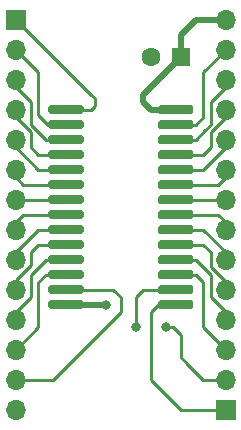
<source format=gbr>
%TF.GenerationSoftware,KiCad,Pcbnew,(5.1.7)-1*%
%TF.CreationDate,2022-07-07T01:38:01-03:00*%
%TF.ProjectId,RAMboard,52414d62-6f61-4726-942e-6b696361645f,rev?*%
%TF.SameCoordinates,Original*%
%TF.FileFunction,Copper,L1,Top*%
%TF.FilePolarity,Positive*%
%FSLAX46Y46*%
G04 Gerber Fmt 4.6, Leading zero omitted, Abs format (unit mm)*
G04 Created by KiCad (PCBNEW (5.1.7)-1) date 2022-07-07 01:38:01*
%MOMM*%
%LPD*%
G01*
G04 APERTURE LIST*
%TA.AperFunction,ComponentPad*%
%ADD10O,1.700000X1.700000*%
%TD*%
%TA.AperFunction,ComponentPad*%
%ADD11R,1.700000X1.700000*%
%TD*%
%TA.AperFunction,ComponentPad*%
%ADD12C,1.600000*%
%TD*%
%TA.AperFunction,ComponentPad*%
%ADD13R,1.600000X1.600000*%
%TD*%
%TA.AperFunction,ViaPad*%
%ADD14C,0.800000*%
%TD*%
%TA.AperFunction,Conductor*%
%ADD15C,0.500000*%
%TD*%
%TA.AperFunction,Conductor*%
%ADD16C,0.250000*%
%TD*%
G04 APERTURE END LIST*
%TO.P,U1,28*%
%TO.N,+5V*%
%TA.AperFunction,SMDPad,CuDef*%
G36*
G01*
X39980000Y-33220000D02*
X39980000Y-32820000D01*
G75*
G02*
X40180000Y-32620000I200000J0D01*
G01*
X42780000Y-32620000D01*
G75*
G02*
X42980000Y-32820000I0J-200000D01*
G01*
X42980000Y-33220000D01*
G75*
G02*
X42780000Y-33420000I-200000J0D01*
G01*
X40180000Y-33420000D01*
G75*
G02*
X39980000Y-33220000I0J200000D01*
G01*
G37*
%TD.AperFunction*%
%TO.P,U1,27*%
%TO.N,/WR_N*%
%TA.AperFunction,SMDPad,CuDef*%
G36*
G01*
X39980000Y-34490000D02*
X39980000Y-34090000D01*
G75*
G02*
X40180000Y-33890000I200000J0D01*
G01*
X42780000Y-33890000D01*
G75*
G02*
X42980000Y-34090000I0J-200000D01*
G01*
X42980000Y-34490000D01*
G75*
G02*
X42780000Y-34690000I-200000J0D01*
G01*
X40180000Y-34690000D01*
G75*
G02*
X39980000Y-34490000I0J200000D01*
G01*
G37*
%TD.AperFunction*%
%TO.P,U1,26*%
%TO.N,/AA13*%
%TA.AperFunction,SMDPad,CuDef*%
G36*
G01*
X39980000Y-35760000D02*
X39980000Y-35360000D01*
G75*
G02*
X40180000Y-35160000I200000J0D01*
G01*
X42780000Y-35160000D01*
G75*
G02*
X42980000Y-35360000I0J-200000D01*
G01*
X42980000Y-35760000D01*
G75*
G02*
X42780000Y-35960000I-200000J0D01*
G01*
X40180000Y-35960000D01*
G75*
G02*
X39980000Y-35760000I0J200000D01*
G01*
G37*
%TD.AperFunction*%
%TO.P,U1,25*%
%TO.N,/A8*%
%TA.AperFunction,SMDPad,CuDef*%
G36*
G01*
X39980000Y-37030000D02*
X39980000Y-36630000D01*
G75*
G02*
X40180000Y-36430000I200000J0D01*
G01*
X42780000Y-36430000D01*
G75*
G02*
X42980000Y-36630000I0J-200000D01*
G01*
X42980000Y-37030000D01*
G75*
G02*
X42780000Y-37230000I-200000J0D01*
G01*
X40180000Y-37230000D01*
G75*
G02*
X39980000Y-37030000I0J200000D01*
G01*
G37*
%TD.AperFunction*%
%TO.P,U1,24*%
%TO.N,/A9*%
%TA.AperFunction,SMDPad,CuDef*%
G36*
G01*
X39980000Y-38300000D02*
X39980000Y-37900000D01*
G75*
G02*
X40180000Y-37700000I200000J0D01*
G01*
X42780000Y-37700000D01*
G75*
G02*
X42980000Y-37900000I0J-200000D01*
G01*
X42980000Y-38300000D01*
G75*
G02*
X42780000Y-38500000I-200000J0D01*
G01*
X40180000Y-38500000D01*
G75*
G02*
X39980000Y-38300000I0J200000D01*
G01*
G37*
%TD.AperFunction*%
%TO.P,U1,23*%
%TO.N,/A11*%
%TA.AperFunction,SMDPad,CuDef*%
G36*
G01*
X39980000Y-39570000D02*
X39980000Y-39170000D01*
G75*
G02*
X40180000Y-38970000I200000J0D01*
G01*
X42780000Y-38970000D01*
G75*
G02*
X42980000Y-39170000I0J-200000D01*
G01*
X42980000Y-39570000D01*
G75*
G02*
X42780000Y-39770000I-200000J0D01*
G01*
X40180000Y-39770000D01*
G75*
G02*
X39980000Y-39570000I0J200000D01*
G01*
G37*
%TD.AperFunction*%
%TO.P,U1,22*%
%TO.N,/RD_N*%
%TA.AperFunction,SMDPad,CuDef*%
G36*
G01*
X39980000Y-40840000D02*
X39980000Y-40440000D01*
G75*
G02*
X40180000Y-40240000I200000J0D01*
G01*
X42780000Y-40240000D01*
G75*
G02*
X42980000Y-40440000I0J-200000D01*
G01*
X42980000Y-40840000D01*
G75*
G02*
X42780000Y-41040000I-200000J0D01*
G01*
X40180000Y-41040000D01*
G75*
G02*
X39980000Y-40840000I0J200000D01*
G01*
G37*
%TD.AperFunction*%
%TO.P,U1,21*%
%TO.N,/A10*%
%TA.AperFunction,SMDPad,CuDef*%
G36*
G01*
X39980000Y-42110000D02*
X39980000Y-41710000D01*
G75*
G02*
X40180000Y-41510000I200000J0D01*
G01*
X42780000Y-41510000D01*
G75*
G02*
X42980000Y-41710000I0J-200000D01*
G01*
X42980000Y-42110000D01*
G75*
G02*
X42780000Y-42310000I-200000J0D01*
G01*
X40180000Y-42310000D01*
G75*
G02*
X39980000Y-42110000I0J200000D01*
G01*
G37*
%TD.AperFunction*%
%TO.P,U1,20*%
%TO.N,/RAMCS_N*%
%TA.AperFunction,SMDPad,CuDef*%
G36*
G01*
X39980000Y-43380000D02*
X39980000Y-42980000D01*
G75*
G02*
X40180000Y-42780000I200000J0D01*
G01*
X42780000Y-42780000D01*
G75*
G02*
X42980000Y-42980000I0J-200000D01*
G01*
X42980000Y-43380000D01*
G75*
G02*
X42780000Y-43580000I-200000J0D01*
G01*
X40180000Y-43580000D01*
G75*
G02*
X39980000Y-43380000I0J200000D01*
G01*
G37*
%TD.AperFunction*%
%TO.P,U1,19*%
%TO.N,/D7*%
%TA.AperFunction,SMDPad,CuDef*%
G36*
G01*
X39980000Y-44650000D02*
X39980000Y-44250000D01*
G75*
G02*
X40180000Y-44050000I200000J0D01*
G01*
X42780000Y-44050000D01*
G75*
G02*
X42980000Y-44250000I0J-200000D01*
G01*
X42980000Y-44650000D01*
G75*
G02*
X42780000Y-44850000I-200000J0D01*
G01*
X40180000Y-44850000D01*
G75*
G02*
X39980000Y-44650000I0J200000D01*
G01*
G37*
%TD.AperFunction*%
%TO.P,U1,18*%
%TO.N,/D6*%
%TA.AperFunction,SMDPad,CuDef*%
G36*
G01*
X39980000Y-45920000D02*
X39980000Y-45520000D01*
G75*
G02*
X40180000Y-45320000I200000J0D01*
G01*
X42780000Y-45320000D01*
G75*
G02*
X42980000Y-45520000I0J-200000D01*
G01*
X42980000Y-45920000D01*
G75*
G02*
X42780000Y-46120000I-200000J0D01*
G01*
X40180000Y-46120000D01*
G75*
G02*
X39980000Y-45920000I0J200000D01*
G01*
G37*
%TD.AperFunction*%
%TO.P,U1,17*%
%TO.N,/D5*%
%TA.AperFunction,SMDPad,CuDef*%
G36*
G01*
X39980000Y-47190000D02*
X39980000Y-46790000D01*
G75*
G02*
X40180000Y-46590000I200000J0D01*
G01*
X42780000Y-46590000D01*
G75*
G02*
X42980000Y-46790000I0J-200000D01*
G01*
X42980000Y-47190000D01*
G75*
G02*
X42780000Y-47390000I-200000J0D01*
G01*
X40180000Y-47390000D01*
G75*
G02*
X39980000Y-47190000I0J200000D01*
G01*
G37*
%TD.AperFunction*%
%TO.P,U1,16*%
%TO.N,/D4*%
%TA.AperFunction,SMDPad,CuDef*%
G36*
G01*
X39980000Y-48460000D02*
X39980000Y-48060000D01*
G75*
G02*
X40180000Y-47860000I200000J0D01*
G01*
X42780000Y-47860000D01*
G75*
G02*
X42980000Y-48060000I0J-200000D01*
G01*
X42980000Y-48460000D01*
G75*
G02*
X42780000Y-48660000I-200000J0D01*
G01*
X40180000Y-48660000D01*
G75*
G02*
X39980000Y-48460000I0J200000D01*
G01*
G37*
%TD.AperFunction*%
%TO.P,U1,15*%
%TO.N,/D3*%
%TA.AperFunction,SMDPad,CuDef*%
G36*
G01*
X39980000Y-49730000D02*
X39980000Y-49330000D01*
G75*
G02*
X40180000Y-49130000I200000J0D01*
G01*
X42780000Y-49130000D01*
G75*
G02*
X42980000Y-49330000I0J-200000D01*
G01*
X42980000Y-49730000D01*
G75*
G02*
X42780000Y-49930000I-200000J0D01*
G01*
X40180000Y-49930000D01*
G75*
G02*
X39980000Y-49730000I0J200000D01*
G01*
G37*
%TD.AperFunction*%
%TO.P,U1,14*%
%TO.N,GND*%
%TA.AperFunction,SMDPad,CuDef*%
G36*
G01*
X30680000Y-49730000D02*
X30680000Y-49330000D01*
G75*
G02*
X30880000Y-49130000I200000J0D01*
G01*
X33480000Y-49130000D01*
G75*
G02*
X33680000Y-49330000I0J-200000D01*
G01*
X33680000Y-49730000D01*
G75*
G02*
X33480000Y-49930000I-200000J0D01*
G01*
X30880000Y-49930000D01*
G75*
G02*
X30680000Y-49730000I0J200000D01*
G01*
G37*
%TD.AperFunction*%
%TO.P,U1,13*%
%TO.N,/D2*%
%TA.AperFunction,SMDPad,CuDef*%
G36*
G01*
X30680000Y-48460000D02*
X30680000Y-48060000D01*
G75*
G02*
X30880000Y-47860000I200000J0D01*
G01*
X33480000Y-47860000D01*
G75*
G02*
X33680000Y-48060000I0J-200000D01*
G01*
X33680000Y-48460000D01*
G75*
G02*
X33480000Y-48660000I-200000J0D01*
G01*
X30880000Y-48660000D01*
G75*
G02*
X30680000Y-48460000I0J200000D01*
G01*
G37*
%TD.AperFunction*%
%TO.P,U1,12*%
%TO.N,/D1*%
%TA.AperFunction,SMDPad,CuDef*%
G36*
G01*
X30680000Y-47190000D02*
X30680000Y-46790000D01*
G75*
G02*
X30880000Y-46590000I200000J0D01*
G01*
X33480000Y-46590000D01*
G75*
G02*
X33680000Y-46790000I0J-200000D01*
G01*
X33680000Y-47190000D01*
G75*
G02*
X33480000Y-47390000I-200000J0D01*
G01*
X30880000Y-47390000D01*
G75*
G02*
X30680000Y-47190000I0J200000D01*
G01*
G37*
%TD.AperFunction*%
%TO.P,U1,11*%
%TO.N,/D0*%
%TA.AperFunction,SMDPad,CuDef*%
G36*
G01*
X30680000Y-45920000D02*
X30680000Y-45520000D01*
G75*
G02*
X30880000Y-45320000I200000J0D01*
G01*
X33480000Y-45320000D01*
G75*
G02*
X33680000Y-45520000I0J-200000D01*
G01*
X33680000Y-45920000D01*
G75*
G02*
X33480000Y-46120000I-200000J0D01*
G01*
X30880000Y-46120000D01*
G75*
G02*
X30680000Y-45920000I0J200000D01*
G01*
G37*
%TD.AperFunction*%
%TO.P,U1,10*%
%TO.N,/A0*%
%TA.AperFunction,SMDPad,CuDef*%
G36*
G01*
X30680000Y-44650000D02*
X30680000Y-44250000D01*
G75*
G02*
X30880000Y-44050000I200000J0D01*
G01*
X33480000Y-44050000D01*
G75*
G02*
X33680000Y-44250000I0J-200000D01*
G01*
X33680000Y-44650000D01*
G75*
G02*
X33480000Y-44850000I-200000J0D01*
G01*
X30880000Y-44850000D01*
G75*
G02*
X30680000Y-44650000I0J200000D01*
G01*
G37*
%TD.AperFunction*%
%TO.P,U1,9*%
%TO.N,/A1*%
%TA.AperFunction,SMDPad,CuDef*%
G36*
G01*
X30680000Y-43380000D02*
X30680000Y-42980000D01*
G75*
G02*
X30880000Y-42780000I200000J0D01*
G01*
X33480000Y-42780000D01*
G75*
G02*
X33680000Y-42980000I0J-200000D01*
G01*
X33680000Y-43380000D01*
G75*
G02*
X33480000Y-43580000I-200000J0D01*
G01*
X30880000Y-43580000D01*
G75*
G02*
X30680000Y-43380000I0J200000D01*
G01*
G37*
%TD.AperFunction*%
%TO.P,U1,8*%
%TO.N,/A2*%
%TA.AperFunction,SMDPad,CuDef*%
G36*
G01*
X30680000Y-42110000D02*
X30680000Y-41710000D01*
G75*
G02*
X30880000Y-41510000I200000J0D01*
G01*
X33480000Y-41510000D01*
G75*
G02*
X33680000Y-41710000I0J-200000D01*
G01*
X33680000Y-42110000D01*
G75*
G02*
X33480000Y-42310000I-200000J0D01*
G01*
X30880000Y-42310000D01*
G75*
G02*
X30680000Y-42110000I0J200000D01*
G01*
G37*
%TD.AperFunction*%
%TO.P,U1,7*%
%TO.N,/A3*%
%TA.AperFunction,SMDPad,CuDef*%
G36*
G01*
X30680000Y-40840000D02*
X30680000Y-40440000D01*
G75*
G02*
X30880000Y-40240000I200000J0D01*
G01*
X33480000Y-40240000D01*
G75*
G02*
X33680000Y-40440000I0J-200000D01*
G01*
X33680000Y-40840000D01*
G75*
G02*
X33480000Y-41040000I-200000J0D01*
G01*
X30880000Y-41040000D01*
G75*
G02*
X30680000Y-40840000I0J200000D01*
G01*
G37*
%TD.AperFunction*%
%TO.P,U1,6*%
%TO.N,/A4*%
%TA.AperFunction,SMDPad,CuDef*%
G36*
G01*
X30680000Y-39570000D02*
X30680000Y-39170000D01*
G75*
G02*
X30880000Y-38970000I200000J0D01*
G01*
X33480000Y-38970000D01*
G75*
G02*
X33680000Y-39170000I0J-200000D01*
G01*
X33680000Y-39570000D01*
G75*
G02*
X33480000Y-39770000I-200000J0D01*
G01*
X30880000Y-39770000D01*
G75*
G02*
X30680000Y-39570000I0J200000D01*
G01*
G37*
%TD.AperFunction*%
%TO.P,U1,5*%
%TO.N,/A5*%
%TA.AperFunction,SMDPad,CuDef*%
G36*
G01*
X30680000Y-38300000D02*
X30680000Y-37900000D01*
G75*
G02*
X30880000Y-37700000I200000J0D01*
G01*
X33480000Y-37700000D01*
G75*
G02*
X33680000Y-37900000I0J-200000D01*
G01*
X33680000Y-38300000D01*
G75*
G02*
X33480000Y-38500000I-200000J0D01*
G01*
X30880000Y-38500000D01*
G75*
G02*
X30680000Y-38300000I0J200000D01*
G01*
G37*
%TD.AperFunction*%
%TO.P,U1,4*%
%TO.N,/A6*%
%TA.AperFunction,SMDPad,CuDef*%
G36*
G01*
X30680000Y-37030000D02*
X30680000Y-36630000D01*
G75*
G02*
X30880000Y-36430000I200000J0D01*
G01*
X33480000Y-36430000D01*
G75*
G02*
X33680000Y-36630000I0J-200000D01*
G01*
X33680000Y-37030000D01*
G75*
G02*
X33480000Y-37230000I-200000J0D01*
G01*
X30880000Y-37230000D01*
G75*
G02*
X30680000Y-37030000I0J200000D01*
G01*
G37*
%TD.AperFunction*%
%TO.P,U1,3*%
%TO.N,/A7*%
%TA.AperFunction,SMDPad,CuDef*%
G36*
G01*
X30680000Y-35760000D02*
X30680000Y-35360000D01*
G75*
G02*
X30880000Y-35160000I200000J0D01*
G01*
X33480000Y-35160000D01*
G75*
G02*
X33680000Y-35360000I0J-200000D01*
G01*
X33680000Y-35760000D01*
G75*
G02*
X33480000Y-35960000I-200000J0D01*
G01*
X30880000Y-35960000D01*
G75*
G02*
X30680000Y-35760000I0J200000D01*
G01*
G37*
%TD.AperFunction*%
%TO.P,U1,2*%
%TO.N,/A12*%
%TA.AperFunction,SMDPad,CuDef*%
G36*
G01*
X30680000Y-34490000D02*
X30680000Y-34090000D01*
G75*
G02*
X30880000Y-33890000I200000J0D01*
G01*
X33480000Y-33890000D01*
G75*
G02*
X33680000Y-34090000I0J-200000D01*
G01*
X33680000Y-34490000D01*
G75*
G02*
X33480000Y-34690000I-200000J0D01*
G01*
X30880000Y-34690000D01*
G75*
G02*
X30680000Y-34490000I0J200000D01*
G01*
G37*
%TD.AperFunction*%
%TO.P,U1,1*%
%TO.N,/AA14*%
%TA.AperFunction,SMDPad,CuDef*%
G36*
G01*
X30680000Y-33220000D02*
X30680000Y-32820000D01*
G75*
G02*
X30880000Y-32620000I200000J0D01*
G01*
X33480000Y-32620000D01*
G75*
G02*
X33680000Y-32820000I0J-200000D01*
G01*
X33680000Y-33220000D01*
G75*
G02*
X33480000Y-33420000I-200000J0D01*
G01*
X30880000Y-33420000D01*
G75*
G02*
X30680000Y-33220000I0J200000D01*
G01*
G37*
%TD.AperFunction*%
%TD*%
D10*
%TO.P,J2,14*%
%TO.N,+5V*%
X45720000Y-25400000D03*
%TO.P,J2,13*%
%TO.N,/WR_N*%
X45720000Y-27940000D03*
%TO.P,J2,12*%
%TO.N,/AA13*%
X45720000Y-30480000D03*
%TO.P,J2,11*%
%TO.N,/A8*%
X45720000Y-33020000D03*
%TO.P,J2,10*%
%TO.N,/A9*%
X45720000Y-35560000D03*
%TO.P,J2,9*%
%TO.N,/A11*%
X45720000Y-38100000D03*
%TO.P,J2,8*%
%TO.N,/RD_N*%
X45720000Y-40640000D03*
%TO.P,J2,7*%
%TO.N,/A10*%
X45720000Y-43180000D03*
%TO.P,J2,6*%
%TO.N,/RAMCS_N*%
X45720000Y-45720000D03*
%TO.P,J2,5*%
%TO.N,/D7*%
X45720000Y-48260000D03*
%TO.P,J2,4*%
%TO.N,/D6*%
X45720000Y-50800000D03*
%TO.P,J2,3*%
%TO.N,/D5*%
X45720000Y-53340000D03*
%TO.P,J2,2*%
%TO.N,/D4*%
X45720000Y-55880000D03*
D11*
%TO.P,J2,1*%
%TO.N,/D3*%
X45720000Y-58420000D03*
%TD*%
D10*
%TO.P,J1,14*%
%TO.N,GND*%
X27940000Y-58420000D03*
%TO.P,J1,13*%
%TO.N,/D2*%
X27940000Y-55880000D03*
%TO.P,J1,12*%
%TO.N,/D1*%
X27940000Y-53340000D03*
%TO.P,J1,11*%
%TO.N,/D0*%
X27940000Y-50800000D03*
%TO.P,J1,10*%
%TO.N,/A0*%
X27940000Y-48260000D03*
%TO.P,J1,9*%
%TO.N,/A1*%
X27940000Y-45720000D03*
%TO.P,J1,8*%
%TO.N,/A2*%
X27940000Y-43180000D03*
%TO.P,J1,7*%
%TO.N,/A3*%
X27940000Y-40640000D03*
%TO.P,J1,6*%
%TO.N,/A4*%
X27940000Y-38100000D03*
%TO.P,J1,5*%
%TO.N,/A5*%
X27940000Y-35560000D03*
%TO.P,J1,4*%
%TO.N,/A6*%
X27940000Y-33020000D03*
%TO.P,J1,3*%
%TO.N,/A7*%
X27940000Y-30480000D03*
%TO.P,J1,2*%
%TO.N,/A12*%
X27940000Y-27940000D03*
D11*
%TO.P,J1,1*%
%TO.N,/AA14*%
X27940000Y-25400000D03*
%TD*%
D12*
%TO.P,C1,2*%
%TO.N,GND*%
X39410000Y-28575000D03*
D13*
%TO.P,C1,1*%
%TO.N,+5V*%
X41910000Y-28575000D03*
%TD*%
D14*
%TO.N,GND*%
X35560000Y-49530000D03*
%TO.N,/D4*%
X40640000Y-51435000D03*
X38100000Y-51435000D03*
%TD*%
D15*
%TO.N,GND*%
X32180000Y-49530000D02*
X35560000Y-49530000D01*
X35560000Y-49530000D02*
X35560000Y-49530000D01*
%TO.N,+5V*%
X41480000Y-33020000D02*
X39370000Y-33020000D01*
X39370000Y-33020000D02*
X38735000Y-32385000D01*
X38735000Y-32385000D02*
X38735000Y-31750000D01*
X38735000Y-31750000D02*
X41910000Y-28575000D01*
X41910000Y-28575000D02*
X41910000Y-26670000D01*
X41910000Y-26670000D02*
X43180000Y-25400000D01*
X43180000Y-25400000D02*
X45720000Y-25400000D01*
D16*
%TO.N,/D2*%
X32180000Y-48260000D02*
X36195000Y-48260000D01*
X36195000Y-48260000D02*
X36830000Y-48895000D01*
X36830000Y-48895000D02*
X36830000Y-50165000D01*
X36830000Y-50165000D02*
X31115000Y-55880000D01*
X31115000Y-55880000D02*
X27940000Y-55880000D01*
%TO.N,/D1*%
X32180000Y-46990000D02*
X30480000Y-46990000D01*
X30480000Y-46990000D02*
X29845000Y-47625000D01*
X29845000Y-47625000D02*
X29845000Y-51435000D01*
X29845000Y-51435000D02*
X27940000Y-53340000D01*
%TO.N,/D0*%
X27940000Y-50165000D02*
X27940000Y-50800000D01*
X29210000Y-48895000D02*
X27940000Y-50165000D01*
X29210000Y-46990000D02*
X29210000Y-48895000D01*
X30480000Y-45720000D02*
X29210000Y-46990000D01*
X32180000Y-45720000D02*
X30480000Y-45720000D01*
%TO.N,/A0*%
X32180000Y-44450000D02*
X29845000Y-44450000D01*
X29845000Y-44450000D02*
X29210000Y-45085000D01*
X27940000Y-47459002D02*
X27940000Y-48260000D01*
X29210000Y-46189002D02*
X27940000Y-47459002D01*
X29210000Y-45085000D02*
X29210000Y-46189002D01*
%TO.N,/A1*%
X27940000Y-45085000D02*
X27940000Y-45720000D01*
X29845000Y-43180000D02*
X27940000Y-45085000D01*
X32180000Y-43180000D02*
X29845000Y-43180000D01*
%TO.N,/A2*%
X32180000Y-41910000D02*
X28575000Y-41910000D01*
X28575000Y-41910000D02*
X27940000Y-42545000D01*
X27940000Y-42545000D02*
X27940000Y-43180000D01*
%TO.N,/A3*%
X32180000Y-40640000D02*
X27940000Y-40640000D01*
%TO.N,/A4*%
X32180000Y-39370000D02*
X28575000Y-39370000D01*
X28575000Y-39370000D02*
X27940000Y-38735000D01*
X27940000Y-38735000D02*
X27940000Y-38100000D01*
%TO.N,/A5*%
X32180000Y-38100000D02*
X29845000Y-38100000D01*
X27940000Y-36195000D02*
X27940000Y-35560000D01*
X29845000Y-38100000D02*
X27940000Y-36195000D01*
%TO.N,/A6*%
X27940000Y-33655000D02*
X27940000Y-33020000D01*
X29210000Y-34925000D02*
X27940000Y-33655000D01*
X29210000Y-36195000D02*
X29210000Y-34925000D01*
X29845000Y-36830000D02*
X29210000Y-36195000D01*
X32180000Y-36830000D02*
X29845000Y-36830000D01*
%TO.N,/A7*%
X32180000Y-35560000D02*
X30480000Y-35560000D01*
X29660010Y-34740010D02*
X29660009Y-34738599D01*
X30480000Y-35560000D02*
X29660010Y-34740010D01*
X29660009Y-34738599D02*
X29210000Y-34288590D01*
X29210000Y-34288590D02*
X29210000Y-32385000D01*
X27940000Y-31115000D02*
X27940000Y-30480000D01*
X29210000Y-32385000D02*
X27940000Y-31115000D01*
%TO.N,/A12*%
X30680000Y-34290000D02*
X29845000Y-33455000D01*
X32180000Y-34290000D02*
X30680000Y-34290000D01*
X29845000Y-33455000D02*
X29845000Y-29845000D01*
X29845000Y-29845000D02*
X27940000Y-27940000D01*
%TO.N,/AA14*%
X34290000Y-33020000D02*
X32180000Y-33020000D01*
X34607500Y-32067500D02*
X34290000Y-31750000D01*
X34607500Y-32702500D02*
X34607500Y-32067500D01*
X27940000Y-25400000D02*
X34290000Y-31750000D01*
X34607500Y-32702500D02*
X34290000Y-33020000D01*
%TO.N,/WR_N*%
X41480000Y-34290000D02*
X43180000Y-34290000D01*
X43180000Y-34290000D02*
X43815000Y-33655000D01*
X43815000Y-29845000D02*
X45720000Y-27940000D01*
X43815000Y-33655000D02*
X43815000Y-29845000D01*
%TO.N,/AA13*%
X45720000Y-31115000D02*
X45720000Y-30480000D01*
X44450000Y-32385000D02*
X45720000Y-31115000D01*
X43999991Y-34738599D02*
X44450000Y-34288590D01*
X43999990Y-34740010D02*
X43999991Y-34738599D01*
X44450000Y-34288590D02*
X44450000Y-32385000D01*
X43180000Y-35560000D02*
X43999990Y-34740010D01*
X41480000Y-35560000D02*
X43180000Y-35560000D01*
%TO.N,/A8*%
X45720000Y-33655000D02*
X45720000Y-33020000D01*
X44450000Y-34925000D02*
X45720000Y-33655000D01*
X44450000Y-36195000D02*
X44450000Y-34925000D01*
X43815000Y-36830000D02*
X44450000Y-36195000D01*
X41480000Y-36830000D02*
X43815000Y-36830000D01*
%TO.N,/A9*%
X43815000Y-38100000D02*
X45720000Y-36195000D01*
X45720000Y-36195000D02*
X45720000Y-35560000D01*
X41480000Y-38100000D02*
X43815000Y-38100000D01*
%TO.N,/A11*%
X41480000Y-39370000D02*
X45085000Y-39370000D01*
X45085000Y-39370000D02*
X45720000Y-38735000D01*
X45720000Y-38735000D02*
X45720000Y-38100000D01*
%TO.N,/RD_N*%
X41480000Y-40640000D02*
X45720000Y-40640000D01*
%TO.N,/A10*%
X41480000Y-41910000D02*
X45085000Y-41910000D01*
X45085000Y-41910000D02*
X45720000Y-42545000D01*
X45720000Y-42545000D02*
X45720000Y-43180000D01*
%TO.N,/RAMCS_N*%
X45720000Y-45085000D02*
X45720000Y-45720000D01*
X43815000Y-43180000D02*
X45720000Y-45085000D01*
X41480000Y-43180000D02*
X43815000Y-43180000D01*
%TO.N,/D7*%
X41480000Y-44450000D02*
X43815000Y-44450000D01*
X43815000Y-44450000D02*
X44450000Y-45085000D01*
X44450000Y-45085000D02*
X44450000Y-46355000D01*
X45720000Y-47625000D02*
X45720000Y-48260000D01*
X44450000Y-46355000D02*
X45720000Y-47625000D01*
%TO.N,/D6*%
X41480000Y-45720000D02*
X43180000Y-45720000D01*
X43999990Y-46539990D02*
X43999991Y-46541401D01*
X43180000Y-45720000D02*
X43999990Y-46539990D01*
X43999991Y-46541401D02*
X44450000Y-46991410D01*
X44450000Y-46991410D02*
X44450000Y-48895000D01*
X45720000Y-50165000D02*
X45720000Y-50800000D01*
X44450000Y-48895000D02*
X45720000Y-50165000D01*
%TO.N,/D5*%
X41480000Y-46990000D02*
X43180000Y-46990000D01*
X43180000Y-46990000D02*
X43815000Y-47625000D01*
X43815000Y-51435000D02*
X45720000Y-53340000D01*
X43815000Y-47625000D02*
X43815000Y-51435000D01*
%TO.N,/D4*%
X41480000Y-48260000D02*
X38735000Y-48260000D01*
X45720000Y-55880000D02*
X43815000Y-55880000D01*
X43815000Y-55880000D02*
X42545000Y-54610000D01*
X42545000Y-54610000D02*
X41910000Y-53975000D01*
X41910000Y-53975000D02*
X41910000Y-52070000D01*
X41910000Y-52070000D02*
X41275000Y-51435000D01*
X41275000Y-51435000D02*
X40640000Y-51435000D01*
X40640000Y-51435000D02*
X40640000Y-51435000D01*
X38735000Y-48260000D02*
X38100000Y-48895000D01*
X38100000Y-51435000D02*
X38100000Y-51435000D01*
X38100000Y-48895000D02*
X38100000Y-51435000D01*
%TO.N,/D3*%
X41910000Y-58420000D02*
X45720000Y-58420000D01*
X41480000Y-49530000D02*
X40005000Y-49530000D01*
X40005000Y-49530000D02*
X39370000Y-50165000D01*
X39370000Y-50165000D02*
X39370000Y-51435000D01*
X39370000Y-51435000D02*
X39370000Y-55880000D01*
X39370000Y-55880000D02*
X41910000Y-58420000D01*
%TD*%
M02*

</source>
